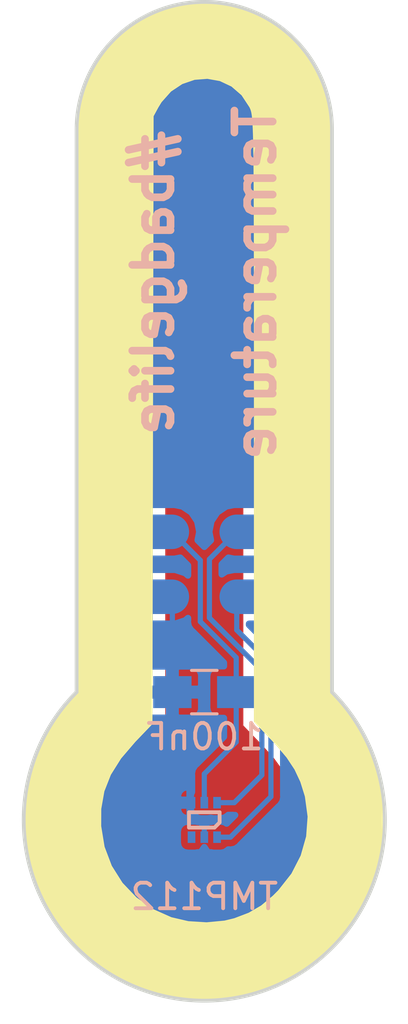
<source format=kicad_pcb>
(kicad_pcb (version 20171130) (host pcbnew "(5.0.0-rc2-dev-222-g3b0a758)")

  (general
    (thickness 1.6)
    (drawings 10)
    (tracks 27)
    (zones 0)
    (modules 5)
    (nets 5)
  )

  (page A4)
  (layers
    (0 F.Cu signal)
    (31 B.Cu signal)
    (32 B.Adhes user)
    (33 F.Adhes user)
    (34 B.Paste user)
    (35 F.Paste user)
    (36 B.SilkS user)
    (37 F.SilkS user)
    (38 B.Mask user)
    (39 F.Mask user)
    (40 Dwgs.User user hide)
    (41 Cmts.User user)
    (42 Eco1.User user)
    (43 Eco2.User user)
    (44 Edge.Cuts user)
    (45 Margin user)
    (46 B.CrtYd user)
    (47 F.CrtYd user)
    (48 B.Fab user)
    (49 F.Fab user)
  )

  (setup
    (last_trace_width 0.2032)
    (user_trace_width 0.1524)
    (user_trace_width 0.2032)
    (user_trace_width 0.254)
    (user_trace_width 0.3048)
    (trace_clearance 0.1524)
    (zone_clearance 0.254)
    (zone_45_only no)
    (trace_min 0.1524)
    (segment_width 0.2)
    (edge_width 0.15)
    (via_size 0.8)
    (via_drill 0.4)
    (via_min_size 0.4)
    (via_min_drill 0.3)
    (uvia_size 0.3)
    (uvia_drill 0.1)
    (uvias_allowed no)
    (uvia_min_size 0.2)
    (uvia_min_drill 0.1)
    (pcb_text_width 0.3)
    (pcb_text_size 1.5 1.5)
    (mod_edge_width 0.15)
    (mod_text_size 1 1)
    (mod_text_width 0.15)
    (pad_size 1.524 1.524)
    (pad_drill 0.762)
    (pad_to_mask_clearance 0.2)
    (aux_axis_origin 0 0)
    (visible_elements FFFFFF7F)
    (pcbplotparams
      (layerselection 0x010fc_ffffffff)
      (usegerberextensions false)
      (usegerberattributes false)
      (usegerberadvancedattributes false)
      (creategerberjobfile false)
      (excludeedgelayer true)
      (linewidth 0.100000)
      (plotframeref false)
      (viasonmask false)
      (mode 1)
      (useauxorigin false)
      (hpglpennumber 1)
      (hpglpenspeed 20)
      (hpglpendiameter 15)
      (psnegative false)
      (psa4output false)
      (plotreference true)
      (plotvalue true)
      (plotinvisibletext false)
      (padsonsilk false)
      (subtractmaskfromsilk false)
      (outputformat 1)
      (mirror false)
      (drillshape 1)
      (scaleselection 1)
      (outputdirectory ""))
  )

  (net 0 "")
  (net 1 GND)
  (net 2 VCC)
  (net 3 SCL)
  (net 4 SDA)

  (net_class Default "This is the default net class."
    (clearance 0.1524)
    (trace_width 0.2032)
    (via_dia 0.8)
    (via_drill 0.4)
    (uvia_dia 0.3)
    (uvia_drill 0.1)
    (add_net GND)
    (add_net SCL)
    (add_net SDA)
    (add_net VCC)
  )

  (module Aesthetics:Addon_Temparature_copper (layer F.Cu) (tedit 5B53793D) (tstamp 5B54B128)
    (at 58 76.25)
    (fp_text reference G*** (at 0 0) (layer F.SilkS) hide
      (effects (font (size 1.524 1.524) (thickness 0.3)))
    )
    (fp_text value LOGO (at 0.75 0) (layer F.SilkS) hide
      (effects (font (size 1.524 1.524) (thickness 0.3)))
    )
    (fp_poly (pts (xy 1.524 2.057043) (xy 2.249639 2.809779) (xy 2.723596 3.336165) (xy 3.070414 3.811669)
      (xy 3.308225 4.272416) (xy 3.45516 4.754529) (xy 3.529352 5.294133) (xy 3.534556 5.369686)
      (xy 3.505696 6.147842) (xy 3.328698 6.866349) (xy 3.018321 7.5118) (xy 2.589325 8.070786)
      (xy 2.056468 8.529899) (xy 1.43451 8.875729) (xy 0.738211 9.09487) (xy -0.017671 9.173911)
      (xy -0.609026 9.133998) (xy -1.266443 8.960588) (xy -1.893387 8.640985) (xy -2.459403 8.198328)
      (xy -2.934038 7.655756) (xy -3.243315 7.132384) (xy -3.363895 6.86611) (xy -3.442113 6.644928)
      (xy -3.487063 6.41831) (xy -3.507838 6.135732) (xy -3.513533 5.746666) (xy -3.513666 5.630334)
      (xy -3.510352 5.208578) (xy -3.494226 4.90531) (xy -3.456021 4.669717) (xy -3.386464 4.450992)
      (xy -3.276286 4.198322) (xy -3.237247 4.115318) (xy -3.032315 3.743756) (xy -2.760567 3.369573)
      (xy -2.391273 2.952058) (xy -2.242414 2.797475) (xy -1.524 2.063316) (xy -1.524 -9.228666)
      (xy 1.524 -9.228666) (xy 1.524 2.057043)) (layer F.Cu) (width 0.01))
    (fp_poly (pts (xy 1.524 2.057043) (xy 2.249639 2.809779) (xy 2.723596 3.336165) (xy 3.070414 3.811669)
      (xy 3.308225 4.272416) (xy 3.45516 4.754529) (xy 3.529352 5.294133) (xy 3.534556 5.369686)
      (xy 3.505696 6.147842) (xy 3.328698 6.866349) (xy 3.018321 7.5118) (xy 2.589325 8.070786)
      (xy 2.056468 8.529899) (xy 1.43451 8.875729) (xy 0.738211 9.09487) (xy -0.017671 9.173911)
      (xy -0.609026 9.133998) (xy -1.266443 8.960588) (xy -1.893387 8.640985) (xy -2.459403 8.198328)
      (xy -2.934038 7.655756) (xy -3.243315 7.132384) (xy -3.363895 6.86611) (xy -3.442113 6.644928)
      (xy -3.487063 6.41831) (xy -3.507838 6.135732) (xy -3.513533 5.746666) (xy -3.513666 5.630334)
      (xy -3.510352 5.208578) (xy -3.494226 4.90531) (xy -3.456021 4.669717) (xy -3.386464 4.450992)
      (xy -3.276286 4.198322) (xy -3.237247 4.115318) (xy -3.032315 3.743756) (xy -2.760567 3.369573)
      (xy -2.391273 2.952058) (xy -2.242414 2.797475) (xy -1.524 2.063316) (xy -1.524 -9.228666)
      (xy 1.524 -9.228666) (xy 1.524 2.057043)) (layer F.Mask) (width 0.01))
  )

  (module Capacitors_SMD:C_0805_HandSoldering (layer B.Cu) (tedit 5B5375F0) (tstamp 5B53C893)
    (at 58 77 180)
    (descr "Capacitor SMD 0805, hand soldering")
    (tags "capacitor 0805")
    (path /5B536C62)
    (attr smd)
    (fp_text reference C1 (at 0 1.75 180) (layer B.SilkS) hide
      (effects (font (size 1 1) (thickness 0.15)) (justify mirror))
    )
    (fp_text value 100nF (at 0 -1.75 180) (layer B.SilkS)
      (effects (font (size 1 1) (thickness 0.15)) (justify mirror))
    )
    (fp_line (start 2.25 -0.87) (end -2.25 -0.87) (layer B.CrtYd) (width 0.05))
    (fp_line (start 2.25 -0.87) (end 2.25 0.88) (layer B.CrtYd) (width 0.05))
    (fp_line (start -2.25 0.88) (end -2.25 -0.87) (layer B.CrtYd) (width 0.05))
    (fp_line (start -2.25 0.88) (end 2.25 0.88) (layer B.CrtYd) (width 0.05))
    (fp_line (start -0.5 -0.85) (end 0.5 -0.85) (layer B.SilkS) (width 0.12))
    (fp_line (start 0.5 0.85) (end -0.5 0.85) (layer B.SilkS) (width 0.12))
    (fp_line (start -1 0.62) (end 1 0.62) (layer B.Fab) (width 0.1))
    (fp_line (start 1 0.62) (end 1 -0.62) (layer B.Fab) (width 0.1))
    (fp_line (start 1 -0.62) (end -1 -0.62) (layer B.Fab) (width 0.1))
    (fp_line (start -1 -0.62) (end -1 0.62) (layer B.Fab) (width 0.1))
    (fp_text user %R (at 0 1.75 180) (layer B.Fab)
      (effects (font (size 1 1) (thickness 0.15)) (justify mirror))
    )
    (pad 2 smd rect (at 1.25 0 180) (size 1.5 1.25) (layers B.Cu B.Paste B.Mask)
      (net 1 GND))
    (pad 1 smd rect (at -1.25 0 180) (size 1.5 1.25) (layers B.Cu B.Paste B.Mask)
      (net 2 VCC))
    (model Capacitors_SMD.3dshapes/C_0805.wrl
      (at (xyz 0 0 0))
      (scale (xyz 1 1 1))
      (rotate (xyz 0 0 0))
    )
  )

  (module SMD_Semiconductors:SOT-5X3 (layer B.Cu) (tedit 5B53760B) (tstamp 5B53C8B8)
    (at 58 82 90)
    (path /5B536B36)
    (fp_text reference U1 (at 0 -1.7 90) (layer B.SilkS) hide
      (effects (font (size 1 1) (thickness 0.15)) (justify mirror))
    )
    (fp_text value TMP112 (at -3 0 180) (layer B.SilkS)
      (effects (font (size 1 1) (thickness 0.15)) (justify mirror))
    )
    (fp_line (start -0.3 0.4) (end -0.3 -0.6) (layer B.SilkS) (width 0.15))
    (fp_line (start -0.3 -0.6) (end 0.3 -0.6) (layer B.SilkS) (width 0.15))
    (fp_line (start 0.3 -0.6) (end 0.3 0.6) (layer B.SilkS) (width 0.15))
    (fp_line (start 0.3 0.6) (end -0.1 0.6) (layer B.SilkS) (width 0.15))
    (fp_line (start -0.1 0.6) (end -0.3 0.4) (layer B.SilkS) (width 0.15))
    (pad 1 smd rect (at -0.675 0.5 90) (size 0.45 0.3) (layers B.Cu B.Paste B.Mask)
      (net 3 SCL))
    (pad 2 smd rect (at -0.675 0 90) (size 0.45 0.3) (layers B.Cu B.Paste B.Mask)
      (net 1 GND))
    (pad 3 smd rect (at -0.675 -0.5 90) (size 0.45 0.3) (layers B.Cu B.Paste B.Mask))
    (pad 4 smd rect (at 0.675 -0.5 90) (size 0.45 0.3) (layers B.Cu B.Paste B.Mask)
      (net 1 GND))
    (pad 5 smd rect (at 0.675 0 90) (size 0.45 0.3) (layers B.Cu B.Paste B.Mask)
      (net 2 VCC))
    (pad 6 smd rect (at 0.675 0.5 90) (size 0.45 0.3) (layers B.Cu B.Paste B.Mask)
      (net 4 SDA))
  )

  (module Badgelife:ShittyAddon_SMD_only_SAO (layer F.Cu) (tedit 5B536FD3) (tstamp 5B53F729)
    (at 56.73 70.73)
    (descr "Through hole straight pin header, 2x02, 2.54mm pitch, double rows")
    (tags "Through hole pin header THT 2x02 2.54mm double row")
    (path /5B536BE7)
    (fp_text reference J1 (at 1.27 -2.33) (layer F.SilkS) hide
      (effects (font (size 1 1) (thickness 0.15)))
    )
    (fp_text value "#badgelife" (at 1.27 4.87) (layer F.Fab) hide
      (effects (font (size 1 1) (thickness 0.15)))
    )
    (pad 3 smd oval (at 2.54 2.54) (size 3.35 1.35) (drill (offset 1 0)) (layers B.Cu B.Paste B.Mask)
      (net 3 SCL))
    (pad 4 smd oval (at 2.54 0) (size 3.35 1.35) (drill (offset 1 0)) (layers B.Cu B.Paste B.Mask)
      (net 4 SDA))
    (pad 2 smd oval (at 0 2.54) (size 3.35 1.35) (drill (offset -1 0)) (layers B.Cu B.Paste B.Mask)
      (net 1 GND))
    (pad 1 smd oval (at 0 0) (size 3.35 1.35) (drill (offset -1 0)) (layers B.Cu B.Paste B.Mask)
      (net 2 VCC))
    (model ${KISYS3DMOD}/Pin_Headers.3dshapes/Pin_Header_Straight_2x02_Pitch2.54mm_SMD.step
      (offset (xyz 1.27 -1.27 -1.7))
      (scale (xyz 1 1 1))
      (rotate (xyz 180 0 0))
    )
  )

  (module Aesthetics:Addon_Temparature_silk (layer F.Cu) (tedit 0) (tstamp 5B5458C5)
    (at 58 69.5)
    (fp_text reference G*** (at 0 0) (layer F.SilkS) hide
      (effects (font (size 1.524 1.524) (thickness 0.3)))
    )
    (fp_text value LOGO (at 0.75 0) (layer F.SilkS) hide
      (effects (font (size 1.524 1.524) (thickness 0.3)))
    )
    (fp_poly (pts (xy 0.452847 -19.503779) (xy 1.269259 -19.355238) (xy 2.050372 -19.074137) (xy 2.778815 -18.666222)
      (xy 3.437222 -18.137242) (xy 4.008222 -17.492944) (xy 4.474447 -16.739075) (xy 4.724798 -16.161245)
      (xy 4.953 -15.536334) (xy 4.975936 -4.03325) (xy 4.998873 7.469834) (xy 5.420811 7.943238)
      (xy 5.765318 8.393549) (xy 6.110894 8.95875) (xy 6.429764 9.586874) (xy 6.694155 10.225953)
      (xy 6.786522 10.498666) (xy 6.864189 10.767064) (xy 6.918822 11.019306) (xy 6.954313 11.294418)
      (xy 6.974556 11.631428) (xy 6.983444 12.069363) (xy 6.985 12.488333) (xy 6.982095 13.027478)
      (xy 6.970791 13.43627) (xy 6.947202 13.75363) (xy 6.907443 14.018477) (xy 6.847629 14.269732)
      (xy 6.786741 14.474353) (xy 6.379434 15.504645) (xy 5.84228 16.436977) (xy 5.188257 17.263165)
      (xy 4.430339 17.975024) (xy 3.581505 18.56437) (xy 2.654729 19.023018) (xy 1.66299 19.342786)
      (xy 0.619263 19.515487) (xy -0.463475 19.532939) (xy -1.126839 19.465428) (xy -2.10264 19.239468)
      (xy -3.044221 18.860517) (xy -3.931399 18.344336) (xy -4.74399 17.706685) (xy -5.461812 16.963325)
      (xy -6.06468 16.130014) (xy -6.518564 15.255314) (xy -6.757444 14.630865) (xy -6.917783 14.042747)
      (xy -7.010833 13.431436) (xy -7.047582 12.742333) (xy -4.041634 12.742333) (xy -3.908965 13.550652)
      (xy -3.625957 14.296243) (xy -3.205074 14.962942) (xy -2.658783 15.534582) (xy -1.999548 15.994998)
      (xy -1.28933 16.311486) (xy -0.626835 16.465546) (xy 0.090228 16.509873) (xy 0.79213 16.443361)
      (xy 1.174758 16.350488) (xy 1.740805 16.134935) (xy 2.225468 15.853259) (xy 2.687425 15.468157)
      (xy 2.902791 15.251958) (xy 3.413473 14.604461) (xy 3.778626 13.895022) (xy 3.992656 13.143702)
      (xy 4.049965 12.370562) (xy 3.944959 11.595666) (xy 3.934421 11.553621) (xy 3.763803 11.010307)
      (xy 3.536204 10.52664) (xy 3.224952 10.057676) (xy 2.803378 9.558467) (xy 2.658572 9.403613)
      (xy 1.947333 8.656223) (xy 1.947333 -3.180491) (xy 1.947312 -4.831194) (xy 1.947165 -6.321088)
      (xy 1.94677 -7.658696) (xy 1.946004 -8.852542) (xy 1.944742 -9.911149) (xy 1.942861 -10.843042)
      (xy 1.940237 -11.656743) (xy 1.936748 -12.360778) (xy 1.932269 -12.963669) (xy 1.926677 -13.47394)
      (xy 1.919849 -13.900116) (xy 1.911662 -14.250719) (xy 1.90199 -14.534273) (xy 1.890712 -14.759303)
      (xy 1.877704 -14.934332) (xy 1.862842 -15.067883) (xy 1.846002 -15.16848) (xy 1.827062 -15.244648)
      (xy 1.805898 -15.30491) (xy 1.782385 -15.357789) (xy 1.770556 -15.382376) (xy 1.46113 -15.85144)
      (xy 1.065698 -16.1933) (xy 0.609903 -16.408068) (xy 0.119386 -16.495853) (xy -0.38021 -16.456765)
      (xy -0.863243 -16.290915) (xy -1.304073 -15.998414) (xy -1.677055 -15.57937) (xy -1.806586 -15.367)
      (xy -1.989667 -15.028334) (xy -2.012273 -3.14018) (xy -2.034879 8.747973) (xy -2.705621 9.446633)
      (xy -3.261139 10.095115) (xy -3.661704 10.731601) (xy -3.917549 11.381335) (xy -4.038909 12.069564)
      (xy -4.041634 12.742333) (xy -7.047582 12.742333) (xy -7.047845 12.737407) (xy -7.049583 12.446)
      (xy -6.986099 11.40849) (xy -6.797233 10.458149) (xy -6.472699 9.567283) (xy -6.00221 8.708199)
      (xy -5.375481 7.853201) (xy -5.318064 7.783884) (xy -4.995334 7.397435) (xy -4.994082 -3.900116)
      (xy -4.994016 -5.553641) (xy -4.99395 -7.046723) (xy -4.993506 -8.388252) (xy -4.992304 -9.587119)
      (xy -4.989966 -10.652212) (xy -4.986114 -11.592422) (xy -4.980368 -12.416639) (xy -4.97235 -13.133753)
      (xy -4.96168 -13.752654) (xy -4.947982 -14.282232) (xy -4.930875 -14.731377) (xy -4.909981 -15.108978)
      (xy -4.884921 -15.423927) (xy -4.855317 -15.685112) (xy -4.820789 -15.901424) (xy -4.78096 -16.081752)
      (xy -4.735449 -16.234988) (xy -4.68388 -16.37002) (xy -4.625872 -16.495739) (xy -4.561048 -16.621034)
      (xy -4.489028 -16.754796) (xy -4.442759 -16.84176) (xy -3.949972 -17.606769) (xy -3.331869 -18.260162)
      (xy -2.818431 -18.657389) (xy -2.034505 -19.096565) (xy -1.216404 -19.38019) (xy -0.381497 -19.514013)
      (xy 0.452847 -19.503779)) (layer F.SilkS) (width 0.01))
  )

  (gr_text Temperature (at 60 61 90) (layer B.SilkS)
    (effects (font (size 1.5 1.5) (thickness 0.3)) (justify mirror))
  )
  (gr_text "#badgelife" (at 56 61 90) (layer B.SilkS)
    (effects (font (size 1.5 1.5) (thickness 0.3)) (justify mirror))
  )
  (gr_line (start 63 55) (end 63 77) (layer Edge.Cuts) (width 0.15))
  (gr_line (start 53 55) (end 53 77) (layer Edge.Cuts) (width 0.15))
  (gr_arc (start 58 55) (end 63 55) (angle -180) (layer Edge.Cuts) (width 0.15))
  (gr_arc (start 58 82) (end 53.000001 77.000001) (angle -270) (layer Edge.Cuts) (width 0.15))
  (gr_line (start 50 90) (end 50 50) (layer Dwgs.User) (width 0.2))
  (gr_line (start 66 90) (end 50 90) (layer Dwgs.User) (width 0.2))
  (gr_line (start 66 50) (end 66 90) (layer Dwgs.User) (width 0.2))
  (gr_line (start 50 50) (end 66 50) (layer Dwgs.User) (width 0.2))

  (segment (start 58 82.675) (end 58 82.157202) (width 0.2032) (layer B.Cu) (net 1))
  (segment (start 58 82.157202) (end 57.5 81.657202) (width 0.2032) (layer B.Cu) (net 1))
  (segment (start 57.5 81.657202) (end 57.5 81.325) (width 0.2032) (layer B.Cu) (net 1))
  (segment (start 56.75 77) (end 56.75 80.9282) (width 0.2032) (layer B.Cu) (net 1))
  (segment (start 57.1468 81.325) (end 57.5 81.325) (width 0.2032) (layer B.Cu) (net 1))
  (segment (start 56.75 80.9282) (end 57.1468 81.325) (width 0.2032) (layer B.Cu) (net 1))
  (segment (start 56.73 73.27) (end 56.75 73.29) (width 0.2032) (layer B.Cu) (net 1))
  (segment (start 56.75 73.29) (end 56.75 77) (width 0.2032) (layer B.Cu) (net 1))
  (segment (start 59.25 77) (end 59.25 78.95) (width 0.2032) (layer B.Cu) (net 2))
  (segment (start 59.25 78.95) (end 58 80.2) (width 0.2032) (layer B.Cu) (net 2))
  (segment (start 58 80.2) (end 58 80.8968) (width 0.2032) (layer B.Cu) (net 2))
  (segment (start 58 80.8968) (end 58 81.325) (width 0.2032) (layer B.Cu) (net 2))
  (segment (start 56.73 70.73) (end 57.844389 71.844389) (width 0.2032) (layer B.Cu) (net 2))
  (segment (start 57.844389 74.244389) (end 59.25 75.65) (width 0.2032) (layer B.Cu) (net 2))
  (segment (start 57.844389 71.844389) (end 57.844389 74.244389) (width 0.2032) (layer B.Cu) (net 2))
  (segment (start 59.25 75.65) (end 59.25 77) (width 0.2032) (layer B.Cu) (net 2))
  (segment (start 59.27 73.27) (end 59.27 74.57) (width 0.2032) (layer B.Cu) (net 3))
  (segment (start 60.609612 75.909612) (end 60.609612 81.090388) (width 0.2032) (layer B.Cu) (net 3))
  (segment (start 60.609612 81.090388) (end 59.025 82.675) (width 0.2032) (layer B.Cu) (net 3))
  (segment (start 59.27 74.57) (end 60.609612 75.909612) (width 0.2032) (layer B.Cu) (net 3))
  (segment (start 59.025 82.675) (end 58.5 82.675) (width 0.2032) (layer B.Cu) (net 3))
  (segment (start 58.2 71.8) (end 58.2 74.097092) (width 0.2032) (layer B.Cu) (net 4))
  (segment (start 58.2 74.097092) (end 60.254001 76.151093) (width 0.2032) (layer B.Cu) (net 4))
  (segment (start 60.254001 80.245999) (end 59.175 81.325) (width 0.2032) (layer B.Cu) (net 4))
  (segment (start 59.27 70.73) (end 58.2 71.8) (width 0.2032) (layer B.Cu) (net 4))
  (segment (start 60.254001 76.151093) (end 60.254001 80.245999) (width 0.2032) (layer B.Cu) (net 4))
  (segment (start 59.175 81.325) (end 58.5 81.325) (width 0.2032) (layer B.Cu) (net 4))

  (zone (net 1) (net_name GND) (layer B.Cu) (tstamp 0) (hatch edge 0.508)
    (connect_pads (clearance 0.254))
    (min_thickness 0.254)
    (fill yes (arc_segments 16) (thermal_gap 0.254) (thermal_bridge_width 0.508))
    (polygon
      (pts
        (xy 50 50) (xy 66 50) (xy 66 90) (xy 50 90)
      )
    )
    (filled_polygon
      (pts
        (xy 58.94437 50.557069) (xy 59.716224 50.794523) (xy 60.433829 51.164906) (xy 61.074495 51.656507) (xy 61.617986 52.253793)
        (xy 62.047121 52.937895) (xy 62.348324 53.687164) (xy 62.513548 54.484996) (xy 62.544 55.013139) (xy 62.544001 77.044909)
        (xy 62.570459 77.177922) (xy 62.671244 77.328757) (xy 62.695052 77.344665) (xy 63.316556 78.065956) (xy 63.839645 78.895002)
        (xy 64.234451 79.792265) (xy 64.492295 80.738027) (xy 64.607514 81.71151) (xy 64.577578 82.691327) (xy 64.403142 83.65597)
        (xy 64.088045 84.584217) (xy 63.639198 85.455706) (xy 63.06647 86.251277) (xy 62.382443 86.95345) (xy 61.602137 87.546808)
        (xy 60.742703 88.01831) (xy 59.823017 88.3576) (xy 58.863275 88.557226) (xy 57.88457 88.612801) (xy 56.908407 88.523105)
        (xy 55.956218 88.290106) (xy 55.048937 87.918927) (xy 54.206473 87.417714) (xy 53.447355 86.797487) (xy 52.788246 86.071865)
        (xy 52.243635 85.256798) (xy 51.825476 84.370174) (xy 51.542964 83.431487) (xy 51.402302 82.461358) (xy 51.406353 81.53275)
        (xy 56.969 81.53275) (xy 56.969 81.625786) (xy 57.027004 81.76582) (xy 57.134181 81.872996) (xy 57.274215 81.931)
        (xy 57.32975 81.931) (xy 57.425 81.83575) (xy 57.425 81.4375) (xy 57.06425 81.4375) (xy 56.969 81.53275)
        (xy 51.406353 81.53275) (xy 51.406579 81.481087) (xy 51.476898 81.024214) (xy 56.969 81.024214) (xy 56.969 81.11725)
        (xy 57.06425 81.2125) (xy 57.425 81.2125) (xy 57.425 80.81425) (xy 57.32975 80.719) (xy 57.274215 80.719)
        (xy 57.134181 80.777004) (xy 57.027004 80.88418) (xy 56.969 81.024214) (xy 51.476898 81.024214) (xy 51.555703 80.512215)
        (xy 51.846397 79.576028) (xy 52.272272 78.693098) (xy 52.826231 77.879501) (xy 53.301581 77.346916) (xy 53.328757 77.328757)
        (xy 53.399922 77.22225) (xy 55.619 77.22225) (xy 55.619 77.700785) (xy 55.677004 77.840819) (xy 55.78418 77.947996)
        (xy 55.924214 78.006) (xy 56.52775 78.006) (xy 56.623 77.91075) (xy 56.623 77.127) (xy 56.877 77.127)
        (xy 56.877 77.91075) (xy 56.97225 78.006) (xy 57.575786 78.006) (xy 57.71582 77.947996) (xy 57.822996 77.840819)
        (xy 57.881 77.700785) (xy 57.881 77.22225) (xy 57.78575 77.127) (xy 56.877 77.127) (xy 56.623 77.127)
        (xy 55.71425 77.127) (xy 55.619 77.22225) (xy 53.399922 77.22225) (xy 53.429542 77.177922) (xy 53.456 77.044909)
        (xy 53.456 76.299215) (xy 55.619 76.299215) (xy 55.619 76.77775) (xy 55.71425 76.873) (xy 56.623 76.873)
        (xy 56.623 76.08925) (xy 56.877 76.08925) (xy 56.877 76.873) (xy 57.78575 76.873) (xy 57.881 76.77775)
        (xy 57.881 76.299215) (xy 57.822996 76.159181) (xy 57.71582 76.052004) (xy 57.575786 75.994) (xy 56.97225 75.994)
        (xy 56.877 76.08925) (xy 56.623 76.08925) (xy 56.52775 75.994) (xy 55.924214 75.994) (xy 55.78418 76.052004)
        (xy 55.677004 76.159181) (xy 55.619 76.299215) (xy 53.456 76.299215) (xy 53.456 73.559432) (xy 53.714439 73.559432)
        (xy 53.893493 73.926902) (xy 54.208554 74.197016) (xy 54.603 74.326) (xy 55.603 74.326) (xy 55.603 73.397)
        (xy 53.777681 73.397) (xy 53.714439 73.559432) (xy 53.456 73.559432) (xy 53.456 72.980568) (xy 53.714439 72.980568)
        (xy 53.777681 73.143) (xy 55.603 73.143) (xy 55.603 72.214) (xy 54.603 72.214) (xy 54.208554 72.342984)
        (xy 53.893493 72.613098) (xy 53.714439 72.980568) (xy 53.456 72.980568) (xy 53.456 70.73) (xy 53.653312 70.73)
        (xy 53.73527 71.142031) (xy 53.968667 71.491333) (xy 54.317969 71.72473) (xy 54.625994 71.786) (xy 56.834006 71.786)
        (xy 57.058789 71.741288) (xy 57.361789 72.044288) (xy 57.361789 72.437586) (xy 57.251446 72.342984) (xy 56.857 72.214)
        (xy 55.857 72.214) (xy 55.857 73.143) (xy 55.877 73.143) (xy 55.877 73.397) (xy 55.857 73.397)
        (xy 55.857 74.326) (xy 56.857 74.326) (xy 57.251446 74.197016) (xy 57.36179 74.102414) (xy 57.36179 74.196856)
        (xy 57.352335 74.244389) (xy 57.368569 74.326) (xy 57.389791 74.43269) (xy 57.496455 74.592324) (xy 57.536751 74.619249)
        (xy 58.7674 75.849899) (xy 58.7674 75.986536) (xy 58.5 75.986536) (xy 58.351341 76.016106) (xy 58.225314 76.100314)
        (xy 58.141106 76.226341) (xy 58.111536 76.375) (xy 58.111536 77.625) (xy 58.141106 77.773659) (xy 58.225314 77.899686)
        (xy 58.351341 77.983894) (xy 58.5 78.013464) (xy 58.767401 78.013464) (xy 58.767401 78.7501) (xy 57.692364 79.825138)
        (xy 57.652065 79.852065) (xy 57.545401 80.0117) (xy 57.528749 80.095418) (xy 57.507946 80.2) (xy 57.5174 80.247528)
        (xy 57.517401 80.849268) (xy 57.5174 80.849272) (xy 57.5174 80.911989) (xy 57.491106 80.951341) (xy 57.461536 81.1)
        (xy 57.461536 81.55) (xy 57.491106 81.698659) (xy 57.575 81.824216) (xy 57.575 81.83575) (xy 57.67025 81.931)
        (xy 57.725785 81.931) (xy 57.753909 81.91935) (xy 57.85 81.938464) (xy 58.15 81.938464) (xy 58.25 81.918573)
        (xy 58.35 81.938464) (xy 58.65 81.938464) (xy 58.798659 81.908894) (xy 58.924686 81.824686) (xy 58.936102 81.8076)
        (xy 59.127472 81.8076) (xy 59.175 81.817054) (xy 59.206767 81.810735) (xy 58.875232 82.14227) (xy 58.798659 82.091106)
        (xy 58.65 82.061536) (xy 58.35 82.061536) (xy 58.253909 82.08065) (xy 58.225785 82.069) (xy 58.17025 82.069)
        (xy 58.075 82.16425) (xy 58.075 82.175784) (xy 58 82.28803) (xy 57.925 82.175784) (xy 57.925 82.16425)
        (xy 57.82975 82.069) (xy 57.774215 82.069) (xy 57.746091 82.08065) (xy 57.65 82.061536) (xy 57.35 82.061536)
        (xy 57.201341 82.091106) (xy 57.075314 82.175314) (xy 56.991106 82.301341) (xy 56.961536 82.45) (xy 56.961536 82.9)
        (xy 56.991106 83.048659) (xy 57.075314 83.174686) (xy 57.201341 83.258894) (xy 57.35 83.288464) (xy 57.65 83.288464)
        (xy 57.746091 83.26935) (xy 57.774215 83.281) (xy 57.82975 83.281) (xy 57.925 83.18575) (xy 57.925 83.174216)
        (xy 58 83.06197) (xy 58.075 83.174216) (xy 58.075 83.18575) (xy 58.17025 83.281) (xy 58.225785 83.281)
        (xy 58.253909 83.26935) (xy 58.35 83.288464) (xy 58.65 83.288464) (xy 58.798659 83.258894) (xy 58.924686 83.174686)
        (xy 58.936102 83.1576) (xy 58.977472 83.1576) (xy 59.025 83.167054) (xy 59.072528 83.1576) (xy 59.072529 83.1576)
        (xy 59.213301 83.129599) (xy 59.372935 83.022935) (xy 59.399862 82.982636) (xy 60.917251 81.465248) (xy 60.957547 81.438323)
        (xy 61.064211 81.278689) (xy 61.092212 81.137917) (xy 61.101666 81.090388) (xy 61.092212 81.042859) (xy 61.092212 75.957139)
        (xy 61.101666 75.909611) (xy 61.088506 75.843451) (xy 61.064211 75.721311) (xy 60.957547 75.561677) (xy 60.917252 75.534753)
        (xy 59.7526 74.370102) (xy 59.7526 74.326) (xy 61.374006 74.326) (xy 61.682031 74.26473) (xy 62.031333 74.031333)
        (xy 62.26473 73.682031) (xy 62.346688 73.27) (xy 62.26473 72.857969) (xy 62.031333 72.508667) (xy 61.682031 72.27527)
        (xy 61.374006 72.214) (xy 59.165994 72.214) (xy 58.857969 72.27527) (xy 58.6826 72.392448) (xy 58.6826 71.999898)
        (xy 58.941211 71.741288) (xy 59.165994 71.786) (xy 61.374006 71.786) (xy 61.682031 71.72473) (xy 62.031333 71.491333)
        (xy 62.26473 71.142031) (xy 62.346688 70.73) (xy 62.26473 70.317969) (xy 62.031333 69.968667) (xy 61.682031 69.73527)
        (xy 61.374006 69.674) (xy 59.165994 69.674) (xy 58.857969 69.73527) (xy 58.508667 69.968667) (xy 58.27527 70.317969)
        (xy 58.193312 70.73) (xy 58.258712 71.058789) (xy 58 71.317501) (xy 57.741288 71.058789) (xy 57.806688 70.73)
        (xy 57.72473 70.317969) (xy 57.491333 69.968667) (xy 57.142031 69.73527) (xy 56.834006 69.674) (xy 54.625994 69.674)
        (xy 54.317969 69.73527) (xy 53.968667 69.968667) (xy 53.73527 70.317969) (xy 53.653312 70.73) (xy 53.456 70.73)
        (xy 53.456 55.020311) (xy 53.5296 54.195645) (xy 53.742689 53.416721) (xy 54.090349 52.687838) (xy 54.561589 52.032038)
        (xy 55.141506 51.470059) (xy 55.811785 51.019651) (xy 56.551224 50.695059) (xy 57.336466 50.506539) (xy 58.142676 50.460054)
      )
    )
  )
)

</source>
